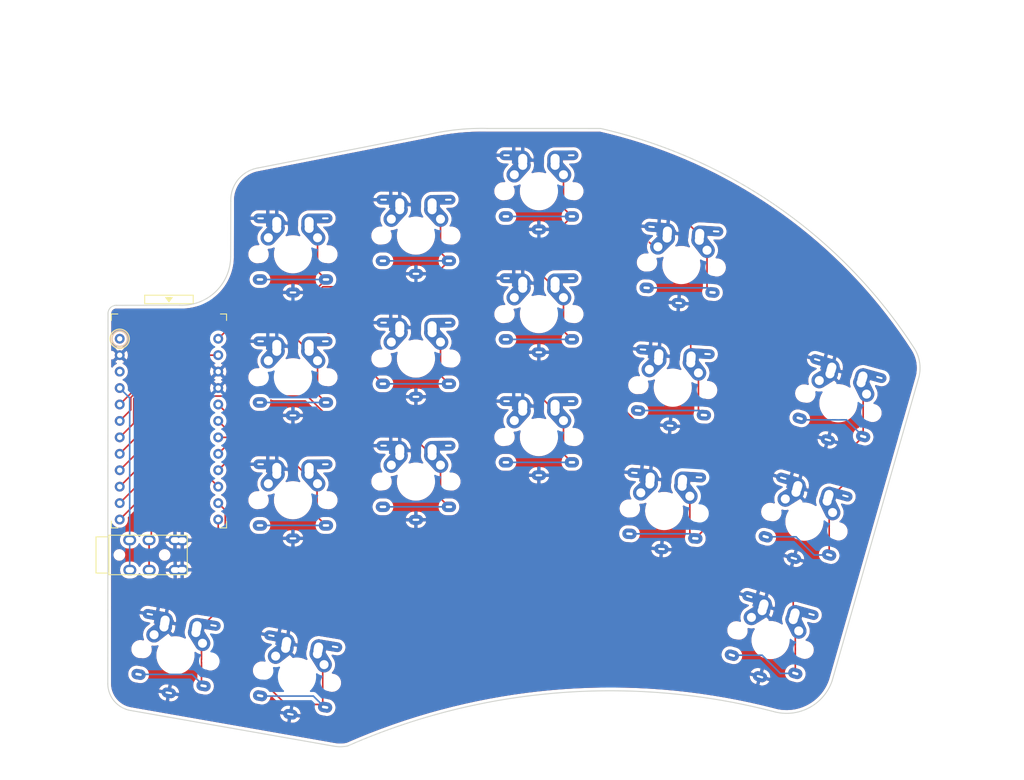
<source format=kicad_pcb>
(kicad_pcb (version 20211014) (generator pcbnew)
  (title_block (title "hypergolic") (date "2020-12-26") (rev "0.1") (company "broomlabs"))
  (layers (0 "F.Cu" signal) (31 "B.Cu" signal) (34 "B.Paste" user) (35 "F.Paste" user) (36 "B.SilkS" user "B.Silkscreen") (37 "F.SilkS" user "F.Silkscreen") (38 "B.Mask" user) (39 "F.Mask" user) (44 "Edge.Cuts" user))
  (net 0 "")
  (net 1 "reset")
  (net 2 "gnd")
  (net 3 "vcc")
  (net 4 "Switch18")
  (net 5 "Switch1")
  (net 6 "Switch2")
  (net 7 "Switch3")
  (net 8 "Switch4")
  (net 9 "Switch5")
  (net 10 "Switch6")
  (net 11 "Switch7")
  (net 12 "Switch8")
  (net 13 "Switch9")
  (net 14 "Switch10")
  (net 15 "Switch11")
  (net 16 "Switch12")
  (net 17 "Switch13")
  (net 18 "Switch14")
  (net 19 "Switch15")
  (net 20 "Switch16")
  (net 21 "Switch17")
  (net 22 "raw")
  (footprint "kbd:ProMicro_v3_min-tb" (layer "F.Cu") (at 47.668156 66.370105)
    (fp_text reference "U1" hide)
    (fp_text value "ProMicro-kbd" hide)
  )
  (footprint "Kailh:TRRS-PJ-DPB2" (layer "F.Cu") (at 38.4 85.3 90)
    (fp_text reference "Jack0" hide)
    (fp_text value "TRRS" hide)
  )
  (footprint "Kailh:keyswitch_cherrymx_alps_choc12_1u_flip" (layer "B.Cu") (at 151.1 61.85 164)
    (fp_text reference "SW2" hide)
    (fp_text value "SW_Push" hide)
  )
  (footprint "Kailh:keyswitch_cherrymx_alps_choc12_1u_flip" (layer "B.Cu") (at 126.835373 40.496283 176)
    (fp_text reference "SW3" hide)
    (fp_text value "SW_Push" hide)
  )
  (footprint "Kailh:keyswitch_cherrymx_alps_choc12_1u_flip" (layer "B.Cu") (at 104.82741 29.102 180)
    (fp_text reference "SW4" hide)
    (fp_text value "SW_Push" hide)
  )
  (footprint "Kailh:keyswitch_cherrymx_alps_choc12_1u_flip" (layer "B.Cu") (at 85.82741 35.962 180)
    (fp_text reference "SW5" hide)
    (fp_text value "SW_Push" hide)
  )
  (footprint "Kailh:keyswitch_cherrymx_alps_choc12_1u_flip" (layer "B.Cu") (at 66.82741 38.842 180)
    (fp_text reference "SW6" hide)
    (fp_text value "SW_Push" hide)
  )
  (footprint "Kailh:keyswitch_cherrymx_alps_choc12_1u_flip" (layer "B.Cu") (at 145.85 80.15 164)
    (fp_text reference "SW8" hide)
    (fp_text value "SW_Push" hide)
  )
  (footprint "Kailh:keyswitch_cherrymx_alps_choc12_1u_flip" (layer "B.Cu") (at 125.51 59.45 176)
    (fp_text reference "SW9" hide)
    (fp_text value "SW_Push" hide)
  )
  (footprint "Kailh:keyswitch_cherrymx_alps_choc12_1u_flip" (layer "B.Cu") (at 104.82741 48.092 180)
    (fp_text reference "SW10" hide)
    (fp_text value "SW_Push" hide)
  )
  (footprint "Kailh:keyswitch_cherrymx_alps_choc12_1u_flip" (layer "B.Cu") (at 85.82741 54.962 180)
    (fp_text reference "SW11" hide)
    (fp_text value "SW_Push" hide)
  )
  (footprint "Kailh:keyswitch_cherrymx_alps_choc12_1u_flip" (layer "B.Cu") (at 66.82741 57.842 180)
    (fp_text reference "SW12" hide)
    (fp_text value "SW_Push" hide)
  )
  (footprint "Kailh:keyswitch_cherrymx_alps_choc12_1u_flip" (layer "B.Cu") (at 140.618952 98.44645 164)
    (fp_text reference "SW14" hide)
    (fp_text value "SW_Push" hide)
  )
  (footprint "Kailh:keyswitch_cherrymx_alps_choc12_1u_flip" (layer "B.Cu") (at 124.183479 78.501258 176)
    (fp_text reference "SW15" hide)
    (fp_text value "SW_Push" hide)
  )
  (footprint "Kailh:keyswitch_cherrymx_alps_choc12_1u_flip" (layer "B.Cu") (at 104.82741 67.092 180)
    (fp_text reference "SW16" hide)
    (fp_text value "SW_Push" hide)
  )
  (footprint "Kailh:keyswitch_cherrymx_alps_choc12_1u_flip" (layer "B.Cu") (at 85.82741 73.967 180)
    (fp_text reference "SW17" hide)
    (fp_text value "SW_Push" hide)
  )
  (footprint "Kailh:keyswitch_cherrymx_alps_choc12_1u_flip" (layer "B.Cu") (at 66.82741 76.842 180)
    (fp_text reference "SW18" hide)
    (fp_text value "SW_Push" hide)
  )
  (footprint "Kailh:keyswitch_cherrymx_alps_choc12_1u_flip" (layer "B.Cu") (at 67.45 104.1 170)
    (fp_text reference "SW20" hide)
    (fp_text value "SW_Push" hide)
  )
  (footprint "Kailh:keyswitch_cherrymx_alps_choc12_1u_flip" (layer "B.Cu") (at 48.66941 100.8 170)
    (fp_text reference "SW21" hide)
    (fp_text value "SW_Push" hide)
  )
  (gr_circle (center 40.050892 51.9) (end 38.650892 51.85) (layer "B.SilkS") (width 0.1) (fill none))
  (gr_circle (center 40.05 51.9) (end 38.907634 51.9) (layer "B.SilkS") (width 0.1) (fill none))
  (gr_circle (center 40.05 51.907481) (end 40.2 50.407481) (layer "F.SilkS") (width 0.15) (fill none))
  (gr_circle (center 40.05 51.9) (end 40.15 50.7) (layer "F.SilkS") (width 0.15) (fill none))
  (gr_line (start 49.325915 46.71321) (end 39.602848 46.729443) (layer "Edge.Cuts") (width 0.15))
  (gr_line (start 57.216703 30.635586) (end 57.199774 39.24159) (layer "Edge.Cuts") (width 0.15))
  (gr_arc (start 162.85 53.4) (mid 163.673414 55.708885) (end 163.45 58.15) (layer "Edge.Cuts") (width 0.15))
  (gr_arc (start 150.141053 104.735229) (mid 146.569791 108.918825) (end 141.1 109.5) (layer "Edge.Cuts") (width 0.15))
  (gr_arc (start 57.216703 30.635586) (mid 58.391524 27.252946) (end 61.508904 25.491016) (layer "Edge.Cuts") (width 0.15))
  (gr_arc (start 57.199774 39.24159) (mid 54.85 44.65) (end 49.325915 46.71321) (layer "Edge.Cuts") (width 0.15))
  (gr_line (start 114.35 19.4) (end 96.819231 19.395153) (layer "Edge.Cuts") (width 0.15))
  (gr_arc (start 41.815813 109.344622) (mid 39.269411 107.95) (end 38.215813 105.244622) (layer "Edge.Cuts") (width 0.15))
  (gr_arc (start 75.283396 114.814) (mid 107.744297 106.615712) (end 141.1 109.5) (layer "Edge.Cuts") (width 0.15))
  (gr_arc (start 114.35 19.4) (mid 141.926583 31.654727) (end 162.85 53.4) (layer "Edge.Cuts") (width 0.15))
  (gr_line (start 38.253004 48.00697) (end 38.215813 105.244622) (layer "Edge.Cuts") (width 0.15))
  (gr_arc (start 87.891096 20.308985) (mid 92.326888 19.575818) (end 96.819231 19.395153) (layer "Edge.Cuts") (width 0.15))
  (gr_line (start 41.815813 109.344622) (end 73.16941 114.85) (layer "Edge.Cuts") (width 0.15))
  (gr_line (start 87.891096 20.308985) (end 61.508904 25.491016) (layer "Edge.Cuts") (width 0.15))
  (gr_arc (start 38.253004 48.00697) (mid 38.65 47.074548) (end 39.602848 46.729443) (layer "Edge.Cuts") (width 0.15))
  (gr_arc (start 75.283396 114.814) (mid 74.228149 114.934509) (end 73.16941 114.85) (layer "Edge.Cuts") (width 0.15))
  (gr_line (start 150.141053 104.735229) (end 163.45 58.15) (layer "Edge.Cuts") (width 0.15))
  (segment (start 121.9 37) (end 122.272769 37.372769) (width 0.25) (layer "F.Cu") (net 2))
  (segment (start 41.6 83) (end 41.6 87.61) (width 0.25) (layer "B.Cu") (net 3))
  (segment (start 41.6 87.61) (end 41.62 87.63) (width 0.25) (layer "B.Cu") (net 3))
  (segment (start 40.059556 59.512105) (end 41.6 61.052549) (width 0.25) (layer "B.Cu") (net 3))
  (segment (start 41.6 61.052549) (end 41.6 83) (width 0.25) (layer "B.Cu") (net 3))
  (segment (start 52.974566 54.432105) (end 44.94808 62.458591) (width 0.25) (layer "F.Cu") (net 4))
  (segment (start 44.94808 62.458591) (end 44.94808 65.24808) (width 0.25) (layer "F.Cu") (net 4))
  (segment (start 44.6 87.61) (end 44.62 87.63) (width 0.25) (layer "F.Cu") (net 4))
  (segment (start 44.94808 65.24808) (end 44.94808 65.44808) (width 0.25) (layer "F.Cu") (net 4))
  (segment (start 44.6 83) (end 44.6 87.61) (width 0.25) (layer "F.Cu") (net 4))
  (segment (start 55.279556 54.432105) (end 52.974566 54.432105) (width 0.25) (layer "F.Cu") (net 4))
  (segment (start 44.94808 65.44808) (end 44.94808 65.49808) (width 0.25) (layer "F.Cu") (net 4))
  (segment (start 44.94808 65.24808) (end 44.94808 82.65192) (width 0.25) (layer "F.Cu") (net 4))
  (segment (start 44.94808 82.65192) (end 44.6 83) (width 0.25) (layer "F.Cu") (net 4))
  (segment (start 63.85 60.75) (end 63.05 59.95) (width 0.25) (layer "F.Cu") (net 5))
  (segment (start 136.008738 69.75) (end 135.413107 70.345631) (width 0.25) (layer "F.Cu") (net 5))
  (segment (start 53.9 60.75) (end 52.7 61.95) (width 0.25) (layer "F.Cu") (net 5))
  (segment (start 152.18212 69.75) (end 136.008738 69.75) (width 0.25) (layer "F.Cu") (net 5))
  (segment (start 52.7 72.17255) (end 55.279556 74.752105) (width 0.25) (layer "F.Cu") (net 5))
  (segment (start 135.413107 70.345631) (end 125.504369 70.345631) (width 0.25) (layer "F.Cu") (net 5))
  (segment (start 155.45567 60.446205) (end 154.927449 60.974426) (width 0.25) (layer "F.Cu") (net 5))
  (segment (start 154.927449 67.004671) (end 152.18212 69.75) (width 0.25) (layer "F.Cu") (net 5))
  (segment (start 63.05 59.95) (end 57.65 59.95) (width 0.25) (layer "F.Cu") (net 5))
  (segment (start 57.65 59.95) (end 56.85 60.75) (width 0.25) (layer "F.Cu") (net 5))
  (segment (start 52.7 61.95) (end 52.7 72.17255) (width 0.25) (layer "F.Cu") (net 5))
  (segment (start 113.259218 58.10048) (end 97.528085 58.10048) (width 0.25) (layer "F.Cu") (net 5))
  (segment (start 125.504369 70.345631) (end 113.259218 58.10048) (width 0.25) (layer "F.Cu") (net 5))
  (segment (start 154.927449 60.974426) (end 154.927449 67.004671) (width 0.25) (layer "F.Cu") (net 5))
  (segment (start 91.845943 63.782621) (end 72.07772 63.782621) (width 0.25) (layer "F.Cu") (net 5))
  (segment (start 69.045099 60.75) (end 63.85 60.75) (width 0.25) (layer "F.Cu") (net 5))
  (segment (start 97.528085 58.10048) (end 91.845943 63.782621) (width 0.25) (layer "F.Cu") (net 5))
  (segment (start 56.85 60.75) (end 53.9 60.75) (width 0.25) (layer "F.Cu") (net 5))
  (segment (start 72.07772 63.782621) (end 69.045099 60.75) (width 0.25) (layer "F.Cu") (net 5))
  (segment (start 145.354431 64.425021) (end 152.347799 64.425021) (width 0.25) (layer "B.Cu") (net 5))
  (segment (start 152.347799 64.425021) (end 154.927449 67.004671) (width 0.25) (layer "B.Cu") (net 5))
  (segment (start 145.12258 64.19317) (end 145.354431 64.425021) (width 0.25) (layer "B.Cu") (net 5))
  (segment (start 121.45 31.65) (end 116.1 37) (width 0.25) (layer "F.Cu") (net 6))
  (segment (start 129.664114 35.882367) (end 125.431747 31.65) (width 0.25) (layer "F.Cu") (net 6))
  (segment (start 130.803995 43.895637) (end 131.650899 44.742541) (width 0.25) (layer "F.Cu") (net 6))
  (segment (start 116.1 37) (end 97.185718 37) (width 0.25) (layer "F.Cu") (net 6))
  (segment (start 68.786983 48.128577) (end 53.978577 48.128577) (width 0.25) (layer "F.Cu") (net 6))
  (segment (start 47.978577 56.040236) (end 42.674871 61.343944) (width 0.25) (layer "F.Cu") (net 6))
  (segment (start 128.915958 37.372769) (end 129.608309 36.680418) (width 0.25) (layer "F.Cu") (net 6))
  (segment (start 89.420158 44.76556) (end 72.15 44.76556) (width 0.25) (layer "F.Cu") (net 6))
  (segment (start 97.185718 37) (end 89.420158 44.76556) (width 0.25) (layer "F.Cu") (net 6))
  (segment (start 53.978577 48.128577) (end 47.978577 54.128577) (width 0.25) (layer "F.Cu") (net 6))
  (segment (start 72.15 44.76556) (end 68.786983 48.128577) (width 0.25) (layer "F.Cu") (net 6))
  (segment (start 42.674871 61.343944) (end 42.674871 67.05679) (width 0.25) (layer "F.Cu") (net 6))
  (segment (start 42.674871 67.05679) (end 40.059556 69.672105) (width 0.25) (layer "F.Cu") (net 6))
  (segment (start 125.431747 31.65) (end 121.45 31.65) (width 0.25) (layer "F.Cu") (net 6))
  (segment (start 47.978577 54.128577) (end 47.978577 56.040236) (width 0.25) (layer "F.Cu") (net 6))
  (segment (start 130.803995 38.217569) (end 130.803995 43.895637) (width 0.25) (layer "F.Cu") (net 6))
  (segment (start 130.939383 44.031025) (end 131.650899 44.742541) (width 0.25) (layer "B.Cu") (net 6))
  (segment (start 121.475746 44.031025) (end 130.939383 44.031025) (width 0.25) (layer "B.Cu") (net 6))
  (segment (start 47.417379 54.054057) (end 47.417379 55.965717) (width 0.25) (layer "F.Cu") (net 7))
  (segment (start 53.871917 47.599519) (end 47.417379 54.054057) (width 0.25) (layer "F.Cu") (net 7))
  (segment (start 68.666521 47.599519) (end 53.871917 47.599519) (width 0.25) (layer "F.Cu") (net 7))
  (segment (start 71.95 44.31604) (end 68.666521 47.599519) (width 0.25) (layer "F.Cu") (net 7))
  (segment (start 47.417379 55.965717) (end 42.225351 61.157746) (width 0.25) (layer "F.Cu") (net 7))
  (segment (start 89.23396 44.31604) (end 71.95 44.31604) (width 0.25) (layer "F.Cu") (net 7))
  (segment (start 108.62741 31.702) (end 109.92741 33.002) (width 0.25) (layer "F.Cu") (net 7))
  (segment (start 42.225351 64.96631) (end 40.059556 67.132105) (width 0.25) (layer "F.Cu") (net 7))
  (segment (start 106.489705 36.439705) (end 97.110295 36.439705) (width 0.25) (layer "F.Cu") (net 7))
  (segment (start 108.62741 26.552) (end 108.62741 31.702) (width 0.25) (layer "F.Cu") (net 7))
  (segment (start 42.225351 61.157746) (end 42.225351 64.96631) (width 0.25) (layer "F.Cu") (net 7))
  (segment (start 109.92741 33.002) (end 106.489705 36.439705) (width 0.25) (layer "F.Cu") (net 7))
  (segment (start 97.110295 36.439705) (end 89.23396 44.31604) (width 0.25) (layer "F.Cu") (net 7))
  (segment (start 109.92741 33.002) (end 99.72741 33.002) (width 0.25) (layer "B.Cu") (net 7))
  (segment (start 89.62741 38.562) (end 90.92741 39.862) (width 0.25) (layer "F.Cu") (net 8))
  (segment (start 46.967859 55.77952) (end 46.967859 53.867859) (width 0.25) (layer "F.Cu") (net 8))
  (segment (start 41.775831 62.875831) (end 41.775831 60.971548) (width 0.25) (layer "F.Cu") (net 8))
  (segment (start 46.967859 53.867859) (end 53.685718 47.15) (width 0.25) (layer "F.Cu") (net 8))
  (segment (start 40.059556 64.592105) (end 41.775831 62.875831) (width 0.25) (layer "F.Cu") (net 8))
  (segment (start 89.62741 33.412) (end 89.62741 38.562) (width 0.25) (layer "F.Cu") (net 8))
  (segment (start 86.92289 43.86652) (end 90.92741 39.862) (width 0.25) (layer "F.Cu") (net 8))
  (segment (start 41.775831 60.971548) (end 46.967859 55.77952) (width 0.25) (layer "F.Cu") (net 8))
  (segment (start 53.685718 47.15) (end 68.155127 47.15) (width 0.25) (layer "F.Cu") (net 8))
  (segment (start 71.438608 43.86652) (end 86.92289 43.86652) (width 0.25) (layer "F.Cu") (net 8))
  (segment (start 68.527564 46.777564) (end 71.438608 43.86652) (width 0.25) (layer "F.Cu") (net 8))
  (segment (start 68.155127 47.15) (end 68.527564 46.777564) (width 0.25) (layer "F.Cu") (net 8))
  (segment (start 90.92741 39.862) (end 80.72741 39.862) (width 0.25) (layer "B.Cu") (net 8))
  (segment (start 70.62741 36.292) (end 70.62741 41.442) (width 0.25) (layer "F.Cu") (net 9))
  (segment (start 71.92741 42.742) (end 68.184705 46.484705) (width 0.25) (layer "F.Cu") (net 9))
  (segment (start 68.184705 46.484705) (end 53.715295 46.484705) (width 0.25) (layer "F.Cu") (net 9))
  (segment (start 53.715295 46.484705) (end 46.518339 53.681662) (width 0.25) (layer "F.Cu") (net 9))
  (segment (start 46.518339 55.593323) (end 40.059556 62.052105) (width 0.25) (layer "F.Cu") (net 9))
  (segment (start 70.62741 41.442) (end 71.92741 42.742) (width 0.25) (layer "F.Cu") (net 9))
  (segment (start 46.518339 53.681662) (end 46.518339 55.593323) (width 0.25) (layer "F.Cu") (net 9))
  (segment (start 71.92741 42.742) (end 61.72741 42.742) (width 0.25) (layer "B.Cu") (net 9))
  (segment (start 92.43556 42.728722) (end 92.43556 42.66444) (width 0.25) (layer "F.Cu") (net 10))
  (segment (start 132.1 52.05) (end 133.2 53.15) (width 0.25) (layer "F.Cu") (net 10))
  (segment (start 43.15 69.121661) (end 43.15 61.504533) (width 0.25) (layer "F.Cu") (net 10))
  (segment (start 121.535718 47.35) (end 124.6 47.35) (width 0.25) (layer "F.Cu") (net 10))
  (segment (start 92.43556 42.66444) (end 97.65048 37.44952) (width 0.25) (layer "F.Cu") (net 10))
  (segment (start 68.97318 48.578097) (end 72.336198 45.21508) (width 0.25) (layer "F.Cu") (net 10))
  (segment (start 48.428097 54.314775) (end 54.164775 48.578097) (width 0.25) (layer "F.Cu") (net 10))
  (segment (start 97.65048 37.44952) (end 114.54952 37.44952) (width 0.25) (layer "F.Cu") (net 10))
  (segment (start 149.677449 79.274426) (end 149.677449 85.304671) (width 0.25) (layer "F.Cu") (net 10))
  (segment (start 160.25 66.099751) (end 149.355704 76.994047) (width 0.25) (layer "F.Cu") (net 10))
  (segment (start 89.949202 45.21508) (end 92.43556 42.728722) (width 0.25) (layer "F.Cu") (net 10))
  (segment (start 40.059556 72.212105) (end 43.15 69.121661) (width 0.25) (layer "F.Cu") (net 10))
  (segment (start 160.25 58.05) (end 160.25 66.099751) (width 0.25) (layer "F.Cu") (net 10))
  (segment (start 114.69952 40.513802) (end 121.535718 47.35) (width 0.25) (layer "F.Cu") (net 10))
  (segment (start 114.69952 37.59952) (end 114.69952 40.513802) (width 0.25) (layer "F.Cu") (net 10))
  (segment (start 54.164775 48.578097) (end 68.97318 48.578097) (width 0.25) (layer "F.Cu") (net 10))
  (segment (start 43.15 61.504533) (end 48.428097 56.226437) (width 0.25) (layer "F.Cu") (net 10))
  (segment (start 72.336198 45.21508) (end 89.949202 45.21508) (width 0.25) (layer "F.Cu") (net 10))
  (segment (start 124.6 47.35) (end 129.3 52.05) (width 0.25) (layer "F.Cu") (net 10))
  (segment (start 114.54952 37.44952) (end 114.69952 37.59952) (width 0.25) (layer "F.Cu") (net 10))
  (segment (start 155.35 53.15) (end 160.25 58.05) (width 0.25) (layer "F.Cu") (net 10))
  (segment (start 150.20567 78.746205) (end 149.677449 79.274426) (width 0.25) (layer "F.Cu") (net 10))
  (segment (start 133.2 53.15) (end 155.35 53.15) (width 0.25) (layer "F.Cu") (net 10))
  (segment (start 129.3 52.05) (end 132.1 52.05) (width 0.25) (layer "F.Cu") (net 10))
  (segment (start 48.428097 56.226437) (end 48.428097 54.314775) (width 0.25) (layer "F.Cu") (net 10))
  (segment (start 139.87258 82.49317) (end 144.551539 82.49317) (width 0.25) (layer "B.Cu") (net 10))
  (segment (start 147.36304 85.304671) (end 149.677449 85.304671) (width 0.25) (layer "B.Cu") (net 10))
  (segment (start 144.551539 82.49317) (end 147.36304 85.304671) (width 0.25) (layer "B.Cu") (net 10))
  (segment (start 129.478622 62.849354) (end 130.325526 63.696258) (width 0.25) (layer "F.Cu") (net 11))
  (segment (start 114.15 37.89904) (end 97.836677 37.89904) (width 0.25) (layer "F.Cu") (net 11))
  (segment (start 68.727617 49.027617) (end 54.350973 49.027617) (width 0.25) (layer "F.Cu") (net 11))
  (segment (start 121.34952 47.79952) (end 114.15 40.6) (width 0.25) (layer "F.Cu") (net 11))
  (segment (start 128.282936 55.634135) (end 128.282936 52.031976) (width 0.25) (layer "F.Cu") (net 11))
  (segment (start 72.522396 45.6646) (end 68.943498 49.243498) (width 0.25) (layer "F.Cu") (net 11))
  (segment (start 129.478622 57.171286) (end 129.478622 62.849354) (width 0.25) (layer "F.Cu") (net 11))
  (segment (start 97.836677 37.89904) (end 95.017859 40.717859) (width 0.25) (layer "F.Cu") (net 11))
  (segment (start 128.282936 52.031976) (end 124.05048 47.79952) (width 0.25) (layer "F.Cu") (net 11))
  (segment (start 54.350973 49.027617) (end 48.877617 54.500973) (width 0.25) (layer "F.Cu") (net 11))
  (segment (start 124.05048 47.79952) (end 121.34952 47.79952) (width 0.25) (layer "F.Cu") (net 11))
  (segment (start 43.59952 71.212141) (end 40.059556 74.752105) (width 0.25) (layer "F.Cu") (net 11))
  (segment (start 68.943498 49.243498) (end 68.727617 49.027617) (width 0.25) (layer "F.Cu") (net 11))
  (segment (start 48.877617 54.500973) (end 48.877617 56.621903) (width 0.25) (layer "F.Cu") (net 11))
  (segment (start 114.15 40.6) (end 114.15 37.89904) (width 0.25) (layer "F.Cu") (net 11))
  (segment (start 90.1354 45.6646) (end 72.522396 45.6646) (width 0.25) (layer "F.Cu") (net 11))
  (segment (start 95.017859 40.717859) (end 95.017859 40.782141) (width 0.25) (layer "F.Cu") (net 11))
  (segment (start 43.59952 61.9) (end 43.59952 71.212141) (width 0.25) (layer "F.Cu") (net 11))
  (segment (start 48.877617 56.621903) (end 43.59952 61.9) (width 0.25) (layer "F.Cu") (net 11))
  (segment (start 95.017859 40.782141) (end 90.1354 45.6646) (width 0.25) (layer "F.Cu") (net 11))
  (segment (start 120.150373 62.984742) (end 129.61401 62.984742) (width 0.25) (layer "B.Cu") (net 11))
  (segment (start 129.61401 62.984742) (end 130.325526 63.696258) (width 0.25) (layer "B.Cu") (net 11))
  (segment (start 54.607326 49.693018) (end 54.464308 49.55) (width 0.25) (layer "F.Cu") (net 12))
  (segment (start 69.129696 49.693018) (end 54.607326 49.693018) (width 0.25) (layer "F.Cu") (net 12))
  (segment (start 44.04904 62.086198) (end 44.04904 73.302622) (width 0.25) (layer "F.Cu") (net 12))
  (segment (start 90.33588 46.11412) (end 72.708594 46.11412) (width 0.25) (layer "F.Cu") (net 12))
  (segment (start 108.62741 45.542) (end 108.62741 50.692) (width 0.25) (layer "F.Cu") (net 12))
  (segment (start 72.708594 46.11412) (end 69.129696 49.693018) (width 0.25) (layer "F.Cu") (net 12))
  (segment (start 49.327137 54.687171) (end 49.327137 56.8081) (width 0.25) (layer "F.Cu") (net 12))
  (segment (start 44.04904 73.302622) (end 40.059556 77.292105) (width 0.25) (layer "F.Cu") (net 12))
  (segment (start 107.32741 44.092) (end 101.78541 38.55) (width 0.25) (layer "F.Cu") (net 12))
  (segment (start 49.327137 56.8081) (end 44.04904 62.086198) (width 0.25) (layer "F.Cu") (net 12))
  (segment (start 54.464308 49.55) (end 49.327137 54.687171) (width 0.25) (layer "F.Cu") (net 12))
  (segment (start 108.62741 50.692) (end 109.92741 51.992) (width 0.25) (layer "F.Cu") (net 12))
  (segment (start 101.78541 38.55) (end 97.9 38.55) (width 0.25) (layer "F.Cu") (net 12))
  (segment (start 97.9 38.55) (end 90.33588 46.11412) (width 0.25) (layer "F.Cu") (net 12))
  (segment (start 99.72741 51.992) (end 109.92741 51.992) (width 0.25) (layer "B.Cu") (net 12))
  (segment (start 89.62741 52.412) (end 89.62741 57.562) (width 0.25) (layer "F.Cu") (net 13))
  (segment (start 89.602389 52.386979) (end 89.62741 52.412) (width 0.25) (layer "F.Cu") (net 13))
  (segment (start 49.776657 56.994297) (end 44.49856 62.272396) (width 0.25) (layer "F.Cu") (net 13))
  (segment (start 71.357462 50.142538) (end 54.507488 50.142538) (width 0.25) (layer "F.Cu") (net 13))
  (segment (start 89.62741 57.562) (end 90.92741 58.862) (width 0.25) (layer "F.Cu") (net 13))
  (segment (start 54.507488 50.142538) (end 49.776657 54.873369) (width 0.25) (layer "F.Cu") (net 13))
  (segment (start 72.892538 51.027128) (end 72.242052 51.027128) (width 0.25) (layer "F.Cu") (net 13))
  (segment (start 80.72741 58.862) (end 72.892538 51.027128) (width 0.25) (layer "F.Cu") (net 13))
  (segment (start 44.49856 62.272396) (end 44.49856 75.393102) (width 0.25) (layer "F.Cu") (net 13))
  (segment (start 44.49856 75.393102) (end 40.059556 79.832105) (width 0.25) (layer "F.Cu") (net 13))
  (segment (start 49.776657 54.873369) (end 49.776657 56.994297) (width 0.25) (layer "F.Cu") (net 13))
  (segment (start 72.242052 51.027128) (end 71.357462 50.142538) (width 0.25) (layer "F.Cu") (net 13))
  (segment (start 80.72741 58.862) (end 90.92741 58.862) (width 0.25) (layer "B.Cu") (net 13))
  (segment (start 70.62741 55.292) (end 70.62741 60.442) (width 0.25) (layer "F.Cu") (net 14))
  (segment (start 69.32741 53.842) (end 66.077468 50.592058) (width 0.25) (layer "F.Cu") (net 14))
  (segment (start 66.077468 50.592058) (end 56.579603 50.592058) (width 0.25) (layer "F.Cu") (net 14))
  (segment (start 56.579603 50.592058) (end 55.279556 51.892105) (width 0.25) (layer "F.Cu") (net 14))
  (segment (start 70.62741 60.442) (end 71.92741 61.742) (width 0.25) (layer "F.Cu") (net 14))
  (segment (start 61.72741 61.742) (end 71.92741 61.742) (width 0.25) (layer "B.Cu") (net 14))
  (segment (start 144.446401 97.570876) (end 144.446401 103.601121) (width 0.25) (layer "F.Cu") (net 15))
  (segment (start 131.91151 70.88849) (end 132.917381 71.894361) (width 0.25) (layer "F.Cu") (net 15))
  (segment (start 114.4235 59.90048) (end 114.25048 59.90048) (width 0.25) (layer "F.Cu") (net 15))
  (segment (start 59.460516 66.233065) (end 55.279556 62.052105) (width 0.25) (layer "F.Cu") (net 15))
  (segment (start 125.41151 70.88849) (end 131.91151 70.88849) (width 0.25) (layer "F.Cu") (net 15))
  (segment (start 72.817859 64.232141) (end 70.816935 66.233065) (width 0.25) (layer "F.Cu") (net 15))
  (segment (start 144.124656 91.889894) (end 132.917381 80.682619) (width 0.25) (layer "F.Cu") (net 15))
  (segment (start 114.25048 59.90048) (end 112.9 58.55) (width 0.25) (layer "F.Cu") (net 15))
  (segment (start 97.714282 58.55) (end 92.032141 64.232141) (width 0.25) (layer "F.Cu") (net 15))
  (segment (start 144.124656 95.290497) (end 144.124656 91.889894) (width 0.25) (layer "F.Cu") (net 15))
  (segment (start 144.974622 97.042655) (end 144.446401 97.570876) (width 0.25) (layer "F.Cu") (net 15))
  (segment (start 112.9 58.55) (end 97.714282 58.55) (width 0.25) (layer "F.Cu") (net 15))
  (segment (start 125.41151 70.88849) (end 114.4235 59.90048) (width 0.25) (layer "F.Cu") (net 15))
  (segment (start 92.032141 64.232141) (end 72.817859 64.232141) (width 0.25) (layer "F.Cu") (net 15))
  (segment (start 70.816935 66.233065) (end 59.460516 66.233065) (width 0.25) (layer "F.Cu") (net 15))
  (segment (start 132.917381 71.894361) (end 132.917381 80.682619) (width 0.25) (layer "F.Cu") (net 15))
  (segment (start 142.131992 103.601121) (end 144.446401 103.601121) (width 0.25) (layer "B.Cu") (net 15))
  (segment (start 134.641532 100.78962) (end 139.320491 100.78962) (width 0.25) (layer "B.Cu") (net 15))
  (segment (start 139.320491 100.78962) (end 142.131992 103.601121) (width 0.25) (layer "B.Cu") (net 15))
  (segment (start 132.467861 72.155871) (end 132.467861 79.27866) (width 0.25) (layer "F.Cu") (net 16))
  (segment (start 132.467861 79.27866) (end 128.999005 82.747516) (width 0.25) (layer "F.Cu") (net 16))
  (segment (start 113.46484 59.750558) (end 113.46484 59.98516) (width 0.25) (layer "F.Cu") (net 16))
  (segment (start 92.05 64.85) (end 97.90048 58.99952) (width 0.25) (layer "F.Cu") (net 16))
  (segment (start 97.90048 58.99952) (end 112.713802 58.99952) (width 0.25) (layer "F.Cu") (net 16))
  (segment (start 57.370036 66.682585) (end 72.067415 66.682585) (width 0.25) (layer "F.Cu") (net 16))
  (segment (start 55.279556 64.592105) (end 57.370036 66.682585) (width 0.25) (layer "F.Cu") (net 16))
  (segment (start 131.65 71.33801) (end 132.467861 72.155871) (width 0.25) (layer "F.Cu") (net 16))
  (segment (start 113.46484 59.98516) (end 124.81769 71.33801) (width 0.25) (layer "F.Cu") (net 16))
  (segment (start 128.152101 81.900612) (end 128.999005 82.747516) (width 0.25) (layer "F.Cu") (net 16))
  (segment (start 73.9 64.85) (end 92.05 64.85) (width 0.25) (layer "F.Cu") (net 16))
  (segment (start 112.713802 58.99952) (end 113.46484 59.750558) (width 0.25) (layer "F.Cu") (net 16))
  (segment (start 128.152101 76.222544) (end 128.152101 81.900612) (width 0.25) (layer "F.Cu") (net 16))
  (segment (start 72.067415 66.682585) (end 73.9 64.85) (width 0.25) (layer "F.Cu") (net 16))
  (segment (start 124.81769 71.33801) (end 131.65 71.33801) (width 0.25) (layer "F.Cu") (net 16))
  (segment (start 128.287489 82.036) (end 128.999005 82.747516) (width 0.25) (layer "B.Cu") (net 16))
  (segment (start 118.823852 82.036) (end 128.287489 82.036) (width 0.25) (layer "B.Cu") (net 16))
  (segment (start 74.70048 65.29952) (end 92.25048 65.29952) (width 0.25) (layer "F.Cu") (net 17))
  (segment (start 92.25048 65.285238) (end 92.25048 65.29952) (width 0.25) (layer "F.Cu") (net 17))
  (segment (start 108.62741 69.692) (end 109.92741 70.992) (width 0.25) (layer "F.Cu") (net 17))
  (segment (start 55.279556 67.132105) (end 72.867895 67.132105) (width 0.25) (layer "F.Cu") (net 17))
  (segment (start 107.32741 63.092) (end 103.68445 59.44904) (width 0.25) (layer "F.Cu") (net 17))
  (segment (start 108.62741 64.542) (end 108.62741 69.692) (width 0.25) (layer "F.Cu") (net 17))
  (segment (start 72.867895 67.132105) (end 74.70048 65.29952) (width 0.25) (layer "F.Cu") (net 17))
  (segment (start 98.086678 59.44904) (end 92.25048 65.285238) (width 0.25) (layer "F.Cu") (net 17))
  (segment (start 103.68445 59.44904) (end 98.086678 59.44904) (width 0.25) (layer "F.Cu") (net 17))
  (segment (start 99.72741 70.992) (end 109.92741 70.992) (width 0.25) (layer "B.Cu") (net 17))
  (segment (start 55.279556 69.672105) (end 57.370036 67.581625) (width 0.25) (layer "F.Cu") (net 18))
  (segment (start 75.15096 65.74904) (end 73.3 67.6) (width 0.25) (layer "F.Cu") (net 18))
  (segment (start 89.62741 71.417) (end 89.62741 76.567) (width 0.25) (layer "F.Cu") (net 18))
  (segment (start 85.2 66.83959) (end 88.32741 69.967) (width 0.25) (layer "F.Cu") (net 18))
  (segment (start 75.15096 65.74904) (end 85.2 65.74904) (width 0.25) (layer "F.Cu") (net 18))
  (segment (start 89.62741 76.567) (end 90.92741 77.867) (width 0.25) (layer "F.Cu") (net 18))
  (segment (start 57.370036 67.581625) (end 73.281625 67.581625) (width 0.25) (layer "F.Cu") (net 18))
  (segment (start 73.281625 67.581625) (end 73.3 67.6) (width 0.25) (layer "F.Cu") (net 18))
  (segment (start 85.2 65.74904) (end 85.2 66.83959) (width 0.25) (layer "F.Cu") (net 18))
  (segment (start 80.72741 77.867) (end 90.92741 77.867) (width 0.25) (layer "B.Cu") (net 18))
  (segment (start 66.160583 70.210583) (end 66.010583 70.210583) (width 0.25) (layer "F.Cu") (net 19))
  (segment (start 70.55 74.6) (end 66.160583 70.210583) (width 0.25) (layer "F.Cu") (net 19))
  (segment (start 63.831145 68.031145) (end 58.4 68.031145) (width 0.25) (layer "F.Cu") (net 19))
  (segment (start 58.4 68.031145) (end 57.020831 69.410314) (width 0.25) (layer "F.Cu") (net 19))
  (segment (start 57.020831 69.410314) (end 57.020831 70.470831) (width 0.25) (layer "F.Cu") (net 19))
  (segment (start 71.92741 80.742) (end 70.55 79.36459) (width 0.25) (layer "F.Cu") (net 19))
  (segment (start 66.010583 70.210583) (end 63.831145 68.031145) (width 0.25) (layer "F.Cu") (net 19))
  (segment (start 57.020831 70.470831) (end 55.279556 72.212105) (width 0.25) (layer "F.Cu") (net 19))
  (segment (start 70.55 79.36459) (end 70.55 74.6) (width 0.25) (layer "F.Cu") (net 19))
  (segment (start 61.72741 80.742) (end 71.92741 80.742) (width 0.25) (layer "B.Cu") (net 19))
  (segment (start 71.427802 102.455873) (end 71.427802 108.558866) (width 0.25) (layer "F.Cu") (net 20))
  (segment (start 58.705489 104.855489) (end 62.194511 104.855489) (width 0.25) (layer "F.Cu") (net 20))
  (segment (start 71.585072 102.298603) (end 71.427802 102.455873) (width 0.25) (layer "F.Cu") (net 20))
  (segment (start 71.427802 108.558866) (end 71.745292 108.876356) (width 0.25) (layer "F.Cu") (net 20))
  (segment (start 56.366067 78.378616) (end 56.366067 102.516067) (width 0.25) (layer "F.Cu") (net 20))
  (segment (start 56.366067 102.516067) (end 58.705489 104.855489) (width 0.25) (layer "F.Cu") (net 20))
  (segment (start 55.279556 77.292105) (end 56.366067 78.378616) (width 0.25) (layer "F.Cu") (net 20))
  (segment (start 62.194511 104.855489) (end 65.739022 108.4) (width 0.25) (layer "F.Cu") (net 20))
  (segment (start 65.739022 108.4) (end 70.75 108.4) (width 0.25) (layer "F.Cu") (net 20))
  (segment (start 61.700253 107.105145) (end 69.974081 107.105145) (width 0.25) (layer "B.Cu") (net 20))
  (segment (start 69.974081 107.105145) (end 71.745292 108.876356) (width 0.25) (layer "B.Cu") (net 20))
  (segment (start 55.279556 93.841355) (end 51.826022 97.294889) (width 0.25) (layer "F.Cu") (net 21))
  (segment (start 52.697212 105.208866) (end 53.014702 105.526356) (width 0.25) (layer "F.Cu") (net 21))
  (segment (start 55.279556 79.832105) (end 55.279556 93.841355) (width 0.25) (layer "F.Cu") (net 21))
  (segment (start 52.854482 98.948603) (end 52.697212 99.105873) (width 0.25) (layer "F.Cu") (net 21))
  (segment (start 52.697212 99.105873) (end 52.697212 105.208866) (width 0.25) (layer "F.Cu") (net 21))
  (segment (start 51.243491 103.755145) (end 53.014702 105.526356) (width 0.25) (layer "B.Cu") (net 21))
  (segment (start 42.969663 103.755145) (end 51.243491 103.755145) (width 0.25) (layer "B.Cu") (net 21))
  (zone (net 2) (net_name "gnd") (layer "F.Cu") (connect_pads (clearance 0.508)) (min_thickness 0.254) (fill yes (thermal_gap 0.508) (thermal_bridge_width 0.508))
    (polygon (pts (xy 29.343052 1.721099) (xy 21.563705 120.11914) (xy 172.448659 119.223799) (xy 171.084006 -0.444242)))
  )
  (zone (net 2) (net_name "gnd") (layer "B.Cu") (connect_pads (clearance 0.508)) (min_thickness 0.254) (fill yes (thermal_gap 0.508) (thermal_bridge_width 0.508))
    (polygon (pts (xy 32.874654 12.915098) (xy 25.582475 118.019302) (xy 179.801009 118.368083) (xy 178.965188 11.485879)))
  )
)
</source>
